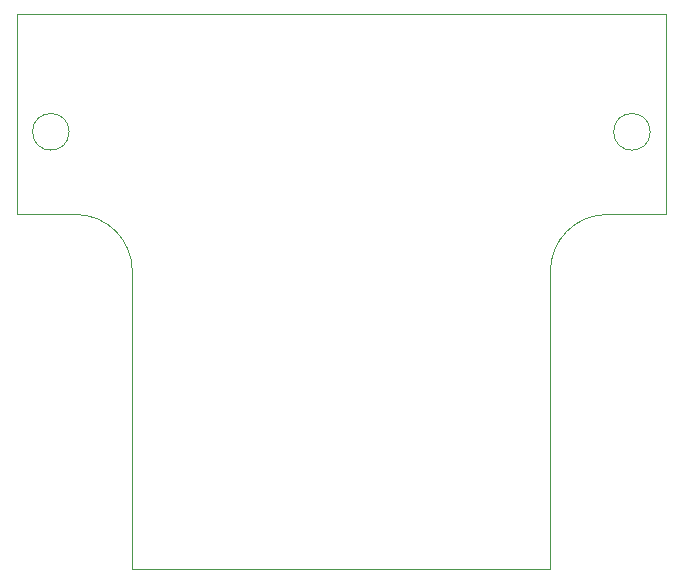
<source format=gm1>
G04 #@! TF.GenerationSoftware,KiCad,Pcbnew,9.0.0*
G04 #@! TF.CreationDate,2025-04-09T20:43:05+09:00*
G04 #@! TF.ProjectId,2_wheels_mini_Motor_inverted_Pendulum,325f7768-6565-46c7-935f-6d696e695f4d,rev?*
G04 #@! TF.SameCoordinates,Original*
G04 #@! TF.FileFunction,Profile,NP*
%FSLAX46Y46*%
G04 Gerber Fmt 4.6, Leading zero omitted, Abs format (unit mm)*
G04 Created by KiCad (PCBNEW 9.0.0) date 2025-04-09 20:43:05*
%MOMM*%
%LPD*%
G01*
G04 APERTURE LIST*
G04 #@! TA.AperFunction,Profile*
%ADD10C,0.050000*%
G04 #@! TD*
G04 APERTURE END LIST*
D10*
X117500000Y-100000000D02*
G75*
G02*
X122300000Y-104800000I0J-4800000D01*
G01*
X112500000Y-83000000D02*
X167500000Y-83000000D01*
X162500000Y-100000000D02*
X167500000Y-100000000D01*
X166150000Y-93000000D02*
G75*
G02*
X163050000Y-93000000I-1550000J0D01*
G01*
X163050000Y-93000000D02*
G75*
G02*
X166150000Y-93000000I1550000J0D01*
G01*
X122300000Y-130000000D02*
X122300000Y-104800000D01*
X140000000Y-130000000D02*
X122300000Y-130000000D01*
X167500000Y-100000000D02*
X167500000Y-83000000D01*
X157700000Y-104800000D02*
G75*
G02*
X162500000Y-100000000I4800000J0D01*
G01*
X140000000Y-130000000D02*
X157700000Y-130000000D01*
X112500000Y-100000000D02*
X112500000Y-83000000D01*
X157700000Y-130000000D02*
X157700000Y-104800000D01*
X116950000Y-93000000D02*
G75*
G02*
X113850000Y-93000000I-1550000J0D01*
G01*
X113850000Y-93000000D02*
G75*
G02*
X116950000Y-93000000I1550000J0D01*
G01*
X117500000Y-100000000D02*
X112500000Y-100000000D01*
M02*

</source>
